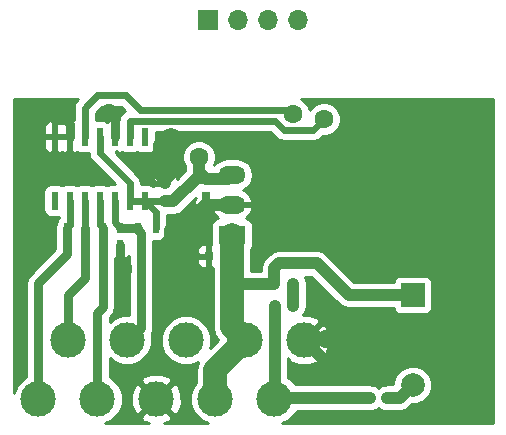
<source format=gbr>
%TF.GenerationSoftware,KiCad,Pcbnew,no-vcs-found-ad9916e~61~ubuntu16.04.1*%
%TF.CreationDate,2017-11-07T22:17:39+02:00*%
%TF.ProjectId,scanner,7363616E6E65722E6B696361645F7063,rev?*%
%TF.SameCoordinates,Original*%
%TF.FileFunction,Copper,L1,Top,Signal*%
%TF.FilePolarity,Positive*%
%FSLAX46Y46*%
G04 Gerber Fmt 4.6, Leading zero omitted, Abs format (unit mm)*
G04 Created by KiCad (PCBNEW no-vcs-found-ad9916e~61~ubuntu16.04.1) date Tue Nov  7 22:17:39 2017*
%MOMM*%
%LPD*%
G01*
G04 APERTURE LIST*
%TA.AperFunction,SMDPad,CuDef*%
%ADD10R,0.500000X0.900000*%
%TD*%
%TA.AperFunction,ComponentPad*%
%ADD11C,2.000000*%
%TD*%
%TA.AperFunction,ComponentPad*%
%ADD12R,2.000000X2.000000*%
%TD*%
%TA.AperFunction,ComponentPad*%
%ADD13O,1.700000X1.700000*%
%TD*%
%TA.AperFunction,ComponentPad*%
%ADD14R,1.700000X1.700000*%
%TD*%
%TA.AperFunction,ComponentPad*%
%ADD15C,3.000000*%
%TD*%
%TA.AperFunction,SMDPad,CuDef*%
%ADD16R,0.750000X0.800000*%
%TD*%
%TA.AperFunction,SMDPad,CuDef*%
%ADD17R,0.800000X0.750000*%
%TD*%
%TA.AperFunction,SMDPad,CuDef*%
%ADD18R,0.800000X0.800000*%
%TD*%
%TA.AperFunction,ComponentPad*%
%ADD19O,2.300000X1.500000*%
%TD*%
%TA.AperFunction,ComponentPad*%
%ADD20R,2.300000X1.500000*%
%TD*%
%TA.AperFunction,SMDPad,CuDef*%
%ADD21R,0.600000X1.500000*%
%TD*%
%TA.AperFunction,ViaPad*%
%ADD22C,1.600000*%
%TD*%
%TA.AperFunction,Conductor*%
%ADD23C,1.000000*%
%TD*%
%TA.AperFunction,Conductor*%
%ADD24C,0.600000*%
%TD*%
%TA.AperFunction,Conductor*%
%ADD25C,2.000000*%
%TD*%
%TA.AperFunction,Conductor*%
%ADD26C,0.800000*%
%TD*%
%TA.AperFunction,Conductor*%
%ADD27C,0.254000*%
%TD*%
G04 APERTURE END LIST*
D10*
%TO.P,R6,1*%
%TO.N,Net-(J1-Pad2)*%
X108850000Y-142400000D03*
%TO.P,R6,2*%
%TO.N,Net-(BZ1-Pad2)*%
X110350000Y-142400000D03*
%TD*%
%TO.P,R5,2*%
%TO.N,Net-(D1-Pad1)*%
X102350000Y-134600000D03*
%TO.P,R5,1*%
%TO.N,Net-(J1-Pad2)*%
X100850000Y-134600000D03*
%TD*%
D11*
%TO.P,BZ1,2*%
%TO.N,Net-(BZ1-Pad2)*%
X112500000Y-141310000D03*
D12*
%TO.P,BZ1,1*%
%TO.N,VCC*%
X112500000Y-133690000D03*
%TD*%
D13*
%TO.P,J2,4*%
%TO.N,/RXD*%
X102810000Y-110400000D03*
%TO.P,J2,3*%
%TO.N,/TXD*%
X100270000Y-110400000D03*
%TO.P,J2,2*%
%TO.N,+3V3*%
X97730000Y-110400000D03*
D14*
%TO.P,J2,1*%
%TO.N,GND*%
X95190000Y-110400000D03*
%TD*%
D15*
%TO.P,J1,1*%
%TO.N,GND*%
X103300000Y-137500000D03*
%TO.P,J1,2*%
%TO.N,Net-(J1-Pad2)*%
X100800000Y-142500000D03*
%TO.P,J1,3*%
%TO.N,VCC*%
X98300000Y-137500000D03*
%TO.P,J1,4*%
X95800000Y-142500000D03*
%TO.P,J1,5*%
%TO.N,/SWITCH*%
X93300000Y-137500000D03*
%TO.P,J1,6*%
%TO.N,GND*%
X90800000Y-142500000D03*
%TO.P,J1,7*%
%TO.N,Net-(J1-Pad7)*%
X88300000Y-137500000D03*
%TO.P,J1,8*%
%TO.N,Net-(J1-Pad8)*%
X85800000Y-142500000D03*
%TO.P,J1,9*%
%TO.N,Net-(J1-Pad9)*%
X83300000Y-137500000D03*
%TO.P,J1,10*%
%TO.N,Net-(J1-Pad10)*%
X80800000Y-142500000D03*
%TD*%
D16*
%TO.P,C3,1*%
%TO.N,+3V3*%
X91500000Y-125750000D03*
%TO.P,C3,2*%
%TO.N,GND*%
X91500000Y-124250000D03*
%TD*%
%TO.P,C2,2*%
%TO.N,GND*%
X95000000Y-125350000D03*
%TO.P,C2,1*%
%TO.N,+3V3*%
X95000000Y-123850000D03*
%TD*%
D17*
%TO.P,C1,1*%
%TO.N,VCC*%
X96750000Y-130400000D03*
%TO.P,C1,2*%
%TO.N,GND*%
X95250000Y-130400000D03*
%TD*%
D18*
%TO.P,D1,1*%
%TO.N,Net-(D1-Pad1)*%
X102400000Y-132800000D03*
%TO.P,D1,2*%
%TO.N,VCC*%
X100800000Y-132800000D03*
%TD*%
D10*
%TO.P,R4,1*%
%TO.N,Net-(J1-Pad10)*%
X83250000Y-128000000D03*
%TO.P,R4,2*%
%TO.N,Net-(J1-Pad9)*%
X84750000Y-128000000D03*
%TD*%
%TO.P,R3,2*%
%TO.N,GND*%
X87750000Y-129500000D03*
%TO.P,R3,1*%
%TO.N,Net-(J1-Pad8)*%
X86250000Y-129500000D03*
%TD*%
%TO.P,R2,1*%
%TO.N,Net-(J1-Pad7)*%
X87750000Y-128000000D03*
%TO.P,R2,2*%
%TO.N,Net-(J1-Pad8)*%
X86250000Y-128000000D03*
%TD*%
%TO.P,R1,2*%
%TO.N,Net-(J1-Pad7)*%
X89250000Y-128000000D03*
%TO.P,R1,1*%
%TO.N,+3V3*%
X90750000Y-128000000D03*
%TD*%
D19*
%TO.P,U1,3*%
%TO.N,+3V3*%
X97200000Y-123520000D03*
%TO.P,U1,2*%
%TO.N,GND*%
X97200000Y-126060000D03*
D20*
%TO.P,U1,1*%
%TO.N,VCC*%
X97200000Y-128600000D03*
%TD*%
D21*
%TO.P,U2,14*%
%TO.N,+3V3*%
X89810000Y-125700000D03*
%TO.P,U2,13*%
X88540000Y-125700000D03*
%TO.P,U2,12*%
%TO.N,Net-(J1-Pad7)*%
X87270000Y-125700000D03*
%TO.P,U2,11*%
%TO.N,Net-(J1-Pad8)*%
X86000000Y-125700000D03*
%TO.P,U2,10*%
%TO.N,Net-(J1-Pad9)*%
X84730000Y-125700000D03*
%TO.P,U2,9*%
%TO.N,Net-(J1-Pad10)*%
X83460000Y-125700000D03*
%TO.P,U2,8*%
%TO.N,+3V3*%
X82190000Y-125700000D03*
%TO.P,U2,7*%
%TO.N,GND*%
X82190000Y-120300000D03*
%TO.P,U2,6*%
X83460000Y-120300000D03*
%TO.P,U2,5*%
%TO.N,/TXD*%
X84730000Y-120300000D03*
%TO.P,U2,4*%
%TO.N,+3V3*%
X86000000Y-120300000D03*
%TO.P,U2,3*%
%TO.N,GND*%
X87270000Y-120300000D03*
%TO.P,U2,2*%
%TO.N,/RXD*%
X88540000Y-120300000D03*
%TO.P,U2,1*%
%TO.N,Net-(U2-Pad1)*%
X89810000Y-120300000D03*
%TD*%
D22*
%TO.N,+3V3*%
X94399996Y-122000000D03*
%TO.N,GND*%
X105200000Y-137400000D03*
X105200000Y-140200000D03*
X105200000Y-134800000D03*
X94200000Y-126800000D03*
X92200000Y-128400000D03*
X91999996Y-120600000D03*
X107800000Y-131000000D03*
X82750000Y-118500000D03*
X86750000Y-118250000D03*
X91500000Y-123250000D03*
X88000000Y-131500000D03*
%TO.N,/TXD*%
X102400000Y-118400000D03*
%TO.N,/RXD*%
X105000000Y-118800000D03*
%TD*%
D23*
%TO.N,+3V3*%
X94399996Y-122000000D02*
X94399996Y-123249996D01*
X94399996Y-123249996D02*
X95000000Y-123850000D01*
X91500000Y-125750000D02*
X92250000Y-125750000D01*
X92250000Y-125750000D02*
X94250000Y-123750000D01*
X94250000Y-123750000D02*
X94875000Y-123750000D01*
X95000000Y-123850000D02*
X96870000Y-123850000D01*
X96870000Y-123850000D02*
X97200000Y-123520000D01*
D24*
X86000000Y-120300000D02*
X86000000Y-121650000D01*
X88540000Y-124350000D02*
X88540000Y-125700000D01*
X86000000Y-121650000D02*
X88540000Y-124190000D01*
X88540000Y-124190000D02*
X88540000Y-124350000D01*
X91500000Y-125750000D02*
X89860000Y-125750000D01*
X89860000Y-125750000D02*
X89810000Y-125700000D01*
X89810000Y-125700000D02*
X88540000Y-125700000D01*
X90750000Y-128000000D02*
X90750000Y-126640000D01*
X90750000Y-126640000D02*
X89810000Y-125700000D01*
D23*
%TO.N,GND*%
X105200000Y-139400000D02*
X105200000Y-140200000D01*
X103300000Y-137500000D02*
X105200000Y-139400000D01*
X97200000Y-126060000D02*
X94940000Y-126060000D01*
X94940000Y-126060000D02*
X94200000Y-126800000D01*
D25*
X91500000Y-123250000D02*
X91500000Y-121099996D01*
X91500000Y-121099996D02*
X91999996Y-120600000D01*
D26*
X83460000Y-120300000D02*
X83460000Y-119210000D01*
X83460000Y-119210000D02*
X82750000Y-118500000D01*
X87270000Y-120300000D02*
X87270000Y-118770000D01*
X87270000Y-118770000D02*
X86750000Y-118250000D01*
D23*
X91500000Y-124250000D02*
X91500000Y-123250000D01*
D26*
X87750000Y-129500000D02*
X87750000Y-131250000D01*
X87750000Y-131250000D02*
X88000000Y-131500000D01*
D24*
%TO.N,/TXD*%
X84730000Y-117870000D02*
X85800000Y-116800000D01*
X85800000Y-116800000D02*
X88200000Y-116800000D01*
X89400000Y-118000000D02*
X102000000Y-118000000D01*
X102000000Y-118000000D02*
X102400000Y-118400000D01*
X88200000Y-116800000D02*
X89400000Y-118000000D01*
X84730000Y-120300000D02*
X84730000Y-117870000D01*
%TO.N,/RXD*%
X101575999Y-119700001D02*
X104099999Y-119700001D01*
X100825998Y-118950000D02*
X101575999Y-119700001D01*
X88540000Y-118950000D02*
X100825998Y-118950000D01*
X88540000Y-120300000D02*
X88540000Y-118950000D01*
X104099999Y-119700001D02*
X105000000Y-118800000D01*
%TO.N,VCC*%
X96750000Y-130400000D02*
X96750000Y-129050000D01*
X96750000Y-129050000D02*
X97200000Y-128600000D01*
D23*
X100800000Y-131400000D02*
X101200000Y-131000000D01*
X107090000Y-133690000D02*
X112500000Y-133690000D01*
X104400000Y-131000000D02*
X107090000Y-133690000D01*
X101200000Y-131000000D02*
X104400000Y-131000000D01*
X100800000Y-132800000D02*
X100800000Y-131400000D01*
X97450000Y-130800000D02*
X97450000Y-132550000D01*
X97450000Y-132550000D02*
X97200000Y-132800000D01*
D25*
X97200000Y-128600000D02*
X97200000Y-132800000D01*
D23*
X100800000Y-132800000D02*
X97200000Y-132800000D01*
D25*
X97200000Y-132800000D02*
X97200000Y-136400000D01*
X97200000Y-136400000D02*
X98300000Y-137500000D01*
D26*
X98300000Y-137500000D02*
X97500000Y-137500000D01*
D25*
X95800000Y-142500000D02*
X95800000Y-140000000D01*
X95800000Y-140000000D02*
X98300000Y-137500000D01*
D26*
%TO.N,Net-(J1-Pad7)*%
X89250000Y-128000000D02*
X89250000Y-128200000D01*
X89250000Y-128200000D02*
X89500000Y-128450000D01*
X89500000Y-128450000D02*
X89500000Y-136500000D01*
X89500000Y-136500000D02*
X88300000Y-137500000D01*
%TO.N,Net-(J1-Pad8)*%
X86250000Y-129500000D02*
X86250000Y-134750000D01*
X85800000Y-135200000D02*
X85800000Y-140378680D01*
X86250000Y-134750000D02*
X85800000Y-135200000D01*
X85800000Y-140378680D02*
X85800000Y-142500000D01*
%TO.N,Net-(J1-Pad9)*%
X84750000Y-128000000D02*
X84750000Y-132250000D01*
X84750000Y-132250000D02*
X83300000Y-133700000D01*
X83300000Y-133700000D02*
X83300000Y-137500000D01*
%TO.N,Net-(J1-Pad10)*%
X83250000Y-128000000D02*
X83250000Y-130250000D01*
X83250000Y-130250000D02*
X80800000Y-132700000D01*
X80800000Y-132700000D02*
X80800000Y-140378680D01*
X80800000Y-140378680D02*
X80800000Y-142500000D01*
D24*
X83460000Y-125700000D02*
X83460000Y-127790000D01*
X83460000Y-127790000D02*
X83250000Y-128000000D01*
D26*
X83250000Y-128000000D02*
X83250000Y-128250000D01*
D24*
%TO.N,Net-(J1-Pad9)*%
X84730000Y-125700000D02*
X84730000Y-127980000D01*
X84730000Y-127980000D02*
X84750000Y-128000000D01*
%TO.N,Net-(J1-Pad8)*%
X86000000Y-125700000D02*
X86000000Y-127750000D01*
X86000000Y-127750000D02*
X86250000Y-128000000D01*
D26*
X86250000Y-128000000D02*
X86250000Y-129500000D01*
D24*
%TO.N,Net-(J1-Pad7)*%
X87270000Y-125700000D02*
X87270000Y-127520000D01*
X87270000Y-127520000D02*
X87750000Y-128000000D01*
D26*
X87750000Y-128000000D02*
X89250000Y-128000000D01*
D23*
%TO.N,Net-(D1-Pad1)*%
X102400000Y-132800000D02*
X102400000Y-134550000D01*
X102400000Y-134550000D02*
X102350000Y-134600000D01*
%TO.N,Net-(BZ1-Pad2)*%
X110350000Y-142400000D02*
X111410000Y-142400000D01*
X111410000Y-142400000D02*
X112500000Y-141310000D01*
%TO.N,Net-(J1-Pad2)*%
X108850000Y-142400000D02*
X100900000Y-142400000D01*
X100900000Y-142400000D02*
X100800000Y-142500000D01*
X100850000Y-134600000D02*
X100850000Y-142450000D01*
X100850000Y-142450000D02*
X100800000Y-142500000D01*
%TD*%
D27*
%TO.N,GND*%
G36*
X95127000Y-125223000D02*
X95147000Y-125223000D01*
X95147000Y-125477000D01*
X95127000Y-125477000D01*
X95127000Y-126226250D01*
X95285750Y-126385000D01*
X95466951Y-126385000D01*
X95457682Y-126401185D01*
X95471827Y-126472684D01*
X95730855Y-126949540D01*
X96044725Y-127203609D01*
X95802235Y-127251843D01*
X95592191Y-127392191D01*
X95451843Y-127602235D01*
X95402560Y-127850000D01*
X95402560Y-129350000D01*
X95431294Y-129494456D01*
X95377000Y-129548750D01*
X95377000Y-130273000D01*
X95397000Y-130273000D01*
X95397000Y-130527000D01*
X95377000Y-130527000D01*
X95377000Y-131251250D01*
X95535750Y-131410000D01*
X95565000Y-131410000D01*
X95565000Y-136399995D01*
X95564999Y-136400000D01*
X95689457Y-137025688D01*
X95998923Y-137488837D01*
X95344737Y-138143023D01*
X95434628Y-137926541D01*
X95435370Y-137077185D01*
X95111020Y-136292200D01*
X94510959Y-135691091D01*
X93726541Y-135365372D01*
X92877185Y-135364630D01*
X92092200Y-135688980D01*
X91491091Y-136289041D01*
X91165372Y-137073459D01*
X91164630Y-137922815D01*
X91488980Y-138707800D01*
X92089041Y-139308909D01*
X92873459Y-139634628D01*
X93722815Y-139635370D01*
X94283621Y-139403649D01*
X94164999Y-140000000D01*
X94165000Y-140000005D01*
X94165000Y-141115435D01*
X93991091Y-141289041D01*
X93665372Y-142073459D01*
X93664630Y-142922815D01*
X93988980Y-143707800D01*
X94589041Y-144308909D01*
X95145570Y-144540000D01*
X91474209Y-144540000D01*
X91974582Y-144332739D01*
X92134365Y-144013970D01*
X90800000Y-142679605D01*
X89465635Y-144013970D01*
X89625418Y-144332739D01*
X90154141Y-144540000D01*
X86453627Y-144540000D01*
X87007800Y-144311020D01*
X87608909Y-143710959D01*
X87934628Y-142926541D01*
X87935335Y-142116187D01*
X88657277Y-142116187D01*
X88673503Y-142965387D01*
X88967261Y-143674582D01*
X89286030Y-143834365D01*
X90620395Y-142500000D01*
X90979605Y-142500000D01*
X92313970Y-143834365D01*
X92632739Y-143674582D01*
X92942723Y-142883813D01*
X92926497Y-142034613D01*
X92632739Y-141325418D01*
X92313970Y-141165635D01*
X90979605Y-142500000D01*
X90620395Y-142500000D01*
X89286030Y-141165635D01*
X88967261Y-141325418D01*
X88657277Y-142116187D01*
X87935335Y-142116187D01*
X87935370Y-142077185D01*
X87611020Y-141292200D01*
X87305384Y-140986030D01*
X89465635Y-140986030D01*
X90800000Y-142320395D01*
X92134365Y-140986030D01*
X91974582Y-140667261D01*
X91183813Y-140357277D01*
X90334613Y-140373503D01*
X89625418Y-140667261D01*
X89465635Y-140986030D01*
X87305384Y-140986030D01*
X87010959Y-140691091D01*
X86835000Y-140618026D01*
X86835000Y-139054424D01*
X87089041Y-139308909D01*
X87873459Y-139634628D01*
X88722815Y-139635370D01*
X89507800Y-139311020D01*
X90108909Y-138710959D01*
X90434628Y-137926541D01*
X90435370Y-137077185D01*
X90402670Y-136998046D01*
X90416429Y-136981022D01*
X90429859Y-136935522D01*
X90456215Y-136896077D01*
X90486623Y-136743206D01*
X90530750Y-136593705D01*
X90525745Y-136546527D01*
X90535000Y-136500000D01*
X90535000Y-130685750D01*
X94215000Y-130685750D01*
X94215000Y-130901310D01*
X94311673Y-131134699D01*
X94490302Y-131313327D01*
X94723691Y-131410000D01*
X94964250Y-131410000D01*
X95123000Y-131251250D01*
X95123000Y-130527000D01*
X94373750Y-130527000D01*
X94215000Y-130685750D01*
X90535000Y-130685750D01*
X90535000Y-129898690D01*
X94215000Y-129898690D01*
X94215000Y-130114250D01*
X94373750Y-130273000D01*
X95123000Y-130273000D01*
X95123000Y-129548750D01*
X94964250Y-129390000D01*
X94723691Y-129390000D01*
X94490302Y-129486673D01*
X94311673Y-129665301D01*
X94215000Y-129898690D01*
X90535000Y-129898690D01*
X90535000Y-129097440D01*
X91000000Y-129097440D01*
X91247765Y-129048157D01*
X91457809Y-128907809D01*
X91598157Y-128697765D01*
X91647440Y-128450000D01*
X91647440Y-128188826D01*
X91685000Y-128000000D01*
X91685000Y-126885000D01*
X92250000Y-126885000D01*
X92684346Y-126798603D01*
X93052566Y-126552566D01*
X94128130Y-125477002D01*
X94148748Y-125477002D01*
X93990000Y-125635750D01*
X93990000Y-125876309D01*
X94086673Y-126109698D01*
X94265301Y-126288327D01*
X94498690Y-126385000D01*
X94714250Y-126385000D01*
X94873000Y-126226250D01*
X94873000Y-125477000D01*
X94853000Y-125477000D01*
X94853000Y-125223000D01*
X94873000Y-125223000D01*
X94873000Y-125203000D01*
X95127000Y-125203000D01*
X95127000Y-125223000D01*
X95127000Y-125223000D01*
G37*
X95127000Y-125223000D02*
X95147000Y-125223000D01*
X95147000Y-125477000D01*
X95127000Y-125477000D01*
X95127000Y-126226250D01*
X95285750Y-126385000D01*
X95466951Y-126385000D01*
X95457682Y-126401185D01*
X95471827Y-126472684D01*
X95730855Y-126949540D01*
X96044725Y-127203609D01*
X95802235Y-127251843D01*
X95592191Y-127392191D01*
X95451843Y-127602235D01*
X95402560Y-127850000D01*
X95402560Y-129350000D01*
X95431294Y-129494456D01*
X95377000Y-129548750D01*
X95377000Y-130273000D01*
X95397000Y-130273000D01*
X95397000Y-130527000D01*
X95377000Y-130527000D01*
X95377000Y-131251250D01*
X95535750Y-131410000D01*
X95565000Y-131410000D01*
X95565000Y-136399995D01*
X95564999Y-136400000D01*
X95689457Y-137025688D01*
X95998923Y-137488837D01*
X95344737Y-138143023D01*
X95434628Y-137926541D01*
X95435370Y-137077185D01*
X95111020Y-136292200D01*
X94510959Y-135691091D01*
X93726541Y-135365372D01*
X92877185Y-135364630D01*
X92092200Y-135688980D01*
X91491091Y-136289041D01*
X91165372Y-137073459D01*
X91164630Y-137922815D01*
X91488980Y-138707800D01*
X92089041Y-139308909D01*
X92873459Y-139634628D01*
X93722815Y-139635370D01*
X94283621Y-139403649D01*
X94164999Y-140000000D01*
X94165000Y-140000005D01*
X94165000Y-141115435D01*
X93991091Y-141289041D01*
X93665372Y-142073459D01*
X93664630Y-142922815D01*
X93988980Y-143707800D01*
X94589041Y-144308909D01*
X95145570Y-144540000D01*
X91474209Y-144540000D01*
X91974582Y-144332739D01*
X92134365Y-144013970D01*
X90800000Y-142679605D01*
X89465635Y-144013970D01*
X89625418Y-144332739D01*
X90154141Y-144540000D01*
X86453627Y-144540000D01*
X87007800Y-144311020D01*
X87608909Y-143710959D01*
X87934628Y-142926541D01*
X87935335Y-142116187D01*
X88657277Y-142116187D01*
X88673503Y-142965387D01*
X88967261Y-143674582D01*
X89286030Y-143834365D01*
X90620395Y-142500000D01*
X90979605Y-142500000D01*
X92313970Y-143834365D01*
X92632739Y-143674582D01*
X92942723Y-142883813D01*
X92926497Y-142034613D01*
X92632739Y-141325418D01*
X92313970Y-141165635D01*
X90979605Y-142500000D01*
X90620395Y-142500000D01*
X89286030Y-141165635D01*
X88967261Y-141325418D01*
X88657277Y-142116187D01*
X87935335Y-142116187D01*
X87935370Y-142077185D01*
X87611020Y-141292200D01*
X87305384Y-140986030D01*
X89465635Y-140986030D01*
X90800000Y-142320395D01*
X92134365Y-140986030D01*
X91974582Y-140667261D01*
X91183813Y-140357277D01*
X90334613Y-140373503D01*
X89625418Y-140667261D01*
X89465635Y-140986030D01*
X87305384Y-140986030D01*
X87010959Y-140691091D01*
X86835000Y-140618026D01*
X86835000Y-139054424D01*
X87089041Y-139308909D01*
X87873459Y-139634628D01*
X88722815Y-139635370D01*
X89507800Y-139311020D01*
X90108909Y-138710959D01*
X90434628Y-137926541D01*
X90435370Y-137077185D01*
X90402670Y-136998046D01*
X90416429Y-136981022D01*
X90429859Y-136935522D01*
X90456215Y-136896077D01*
X90486623Y-136743206D01*
X90530750Y-136593705D01*
X90525745Y-136546527D01*
X90535000Y-136500000D01*
X90535000Y-130685750D01*
X94215000Y-130685750D01*
X94215000Y-130901310D01*
X94311673Y-131134699D01*
X94490302Y-131313327D01*
X94723691Y-131410000D01*
X94964250Y-131410000D01*
X95123000Y-131251250D01*
X95123000Y-130527000D01*
X94373750Y-130527000D01*
X94215000Y-130685750D01*
X90535000Y-130685750D01*
X90535000Y-129898690D01*
X94215000Y-129898690D01*
X94215000Y-130114250D01*
X94373750Y-130273000D01*
X95123000Y-130273000D01*
X95123000Y-129548750D01*
X94964250Y-129390000D01*
X94723691Y-129390000D01*
X94490302Y-129486673D01*
X94311673Y-129665301D01*
X94215000Y-129898690D01*
X90535000Y-129898690D01*
X90535000Y-129097440D01*
X91000000Y-129097440D01*
X91247765Y-129048157D01*
X91457809Y-128907809D01*
X91598157Y-128697765D01*
X91647440Y-128450000D01*
X91647440Y-128188826D01*
X91685000Y-128000000D01*
X91685000Y-126885000D01*
X92250000Y-126885000D01*
X92684346Y-126798603D01*
X93052566Y-126552566D01*
X94128130Y-125477002D01*
X94148748Y-125477002D01*
X93990000Y-125635750D01*
X93990000Y-125876309D01*
X94086673Y-126109698D01*
X94265301Y-126288327D01*
X94498690Y-126385000D01*
X94714250Y-126385000D01*
X94873000Y-126226250D01*
X94873000Y-125477000D01*
X94853000Y-125477000D01*
X94853000Y-125223000D01*
X94873000Y-125223000D01*
X94873000Y-125203000D01*
X95127000Y-125203000D01*
X95127000Y-125223000D01*
G36*
X119290000Y-144540000D02*
X101453627Y-144540000D01*
X102007800Y-144311020D01*
X102608909Y-143710959D01*
X102681974Y-143535000D01*
X108850000Y-143535000D01*
X109038826Y-143497440D01*
X109100000Y-143497440D01*
X109347765Y-143448157D01*
X109557809Y-143307809D01*
X109600000Y-143244666D01*
X109642191Y-143307809D01*
X109852235Y-143448157D01*
X110100000Y-143497440D01*
X110161174Y-143497440D01*
X110350000Y-143535000D01*
X111410000Y-143535000D01*
X111844346Y-143448603D01*
X112212566Y-143202566D01*
X112470157Y-142944975D01*
X112823795Y-142945284D01*
X113424943Y-142696894D01*
X113885278Y-142237363D01*
X114134716Y-141636648D01*
X114135284Y-140986205D01*
X113886894Y-140385057D01*
X113427363Y-139924722D01*
X112826648Y-139675284D01*
X112176205Y-139674716D01*
X111575057Y-139923106D01*
X111114722Y-140382637D01*
X110865284Y-140983352D01*
X110865038Y-141265000D01*
X110350000Y-141265000D01*
X110161174Y-141302560D01*
X110100000Y-141302560D01*
X109852235Y-141351843D01*
X109642191Y-141492191D01*
X109600000Y-141555334D01*
X109557809Y-141492191D01*
X109347765Y-141351843D01*
X109100000Y-141302560D01*
X109038826Y-141302560D01*
X108850000Y-141265000D01*
X102583867Y-141265000D01*
X102010959Y-140691091D01*
X101985000Y-140680312D01*
X101985000Y-139052603D01*
X102125418Y-139332739D01*
X102916187Y-139642723D01*
X103765387Y-139626497D01*
X104474582Y-139332739D01*
X104634365Y-139013970D01*
X103300000Y-137679605D01*
X103285858Y-137693748D01*
X103106253Y-137514143D01*
X103120395Y-137500000D01*
X103479605Y-137500000D01*
X104813970Y-138834365D01*
X105132739Y-138674582D01*
X105442723Y-137883813D01*
X105426497Y-137034613D01*
X105132739Y-136325418D01*
X104813970Y-136165635D01*
X103479605Y-137500000D01*
X103120395Y-137500000D01*
X103106253Y-137485858D01*
X103285858Y-137306253D01*
X103300000Y-137320395D01*
X104634365Y-135986030D01*
X104474582Y-135667261D01*
X103683813Y-135357277D01*
X103188389Y-135366743D01*
X103202566Y-135352566D01*
X103448604Y-134984345D01*
X103535000Y-134550000D01*
X103535000Y-132800000D01*
X103448603Y-132365654D01*
X103437219Y-132348617D01*
X103398157Y-132152235D01*
X103386641Y-132135000D01*
X103929868Y-132135000D01*
X106287433Y-134492566D01*
X106650263Y-134735001D01*
X106655654Y-134738603D01*
X107090000Y-134825000D01*
X110879413Y-134825000D01*
X110901843Y-134937765D01*
X111042191Y-135147809D01*
X111252235Y-135288157D01*
X111500000Y-135337440D01*
X113500000Y-135337440D01*
X113747765Y-135288157D01*
X113957809Y-135147809D01*
X114098157Y-134937765D01*
X114147440Y-134690000D01*
X114147440Y-132690000D01*
X114098157Y-132442235D01*
X113957809Y-132232191D01*
X113747765Y-132091843D01*
X113500000Y-132042560D01*
X111500000Y-132042560D01*
X111252235Y-132091843D01*
X111042191Y-132232191D01*
X110901843Y-132442235D01*
X110879413Y-132555000D01*
X107560133Y-132555000D01*
X105202566Y-130197434D01*
X105021291Y-130076310D01*
X104834346Y-129951397D01*
X104400000Y-129865000D01*
X101200000Y-129865000D01*
X100781943Y-129948157D01*
X100765654Y-129951397D01*
X100397434Y-130197434D01*
X99997434Y-130597434D01*
X99751397Y-130965654D01*
X99665000Y-131400000D01*
X99665000Y-131665000D01*
X98835000Y-131665000D01*
X98835000Y-129767115D01*
X98948157Y-129597765D01*
X98997440Y-129350000D01*
X98997440Y-127850000D01*
X98948157Y-127602235D01*
X98807809Y-127392191D01*
X98597765Y-127251843D01*
X98355275Y-127203609D01*
X98669145Y-126949540D01*
X98928173Y-126472684D01*
X98942318Y-126401185D01*
X98819656Y-126187000D01*
X97327000Y-126187000D01*
X97327000Y-126207000D01*
X97073000Y-126207000D01*
X97073000Y-126187000D01*
X97053000Y-126187000D01*
X97053000Y-125933000D01*
X97073000Y-125933000D01*
X97073000Y-125913000D01*
X97327000Y-125913000D01*
X97327000Y-125933000D01*
X98819656Y-125933000D01*
X98942318Y-125718815D01*
X98928173Y-125647316D01*
X98669145Y-125170460D01*
X98247349Y-124829028D01*
X98154733Y-124801613D01*
X98164987Y-124799573D01*
X98614313Y-124499343D01*
X98914543Y-124050017D01*
X99019970Y-123520000D01*
X98914543Y-122989983D01*
X98614313Y-122540657D01*
X98164987Y-122240427D01*
X97634970Y-122135000D01*
X96765030Y-122135000D01*
X96235013Y-122240427D01*
X95785687Y-122540657D01*
X95669195Y-122715000D01*
X95656896Y-122715000D01*
X95834746Y-122286691D01*
X95835244Y-121715813D01*
X95617239Y-121188200D01*
X95213919Y-120784176D01*
X94686687Y-120565250D01*
X94115809Y-120564752D01*
X93588196Y-120782757D01*
X93184172Y-121186077D01*
X92965246Y-121713309D01*
X92964748Y-122284187D01*
X93182753Y-122811800D01*
X93264996Y-122894187D01*
X93264996Y-123129872D01*
X92510000Y-123884868D01*
X92510000Y-123723691D01*
X92413327Y-123490302D01*
X92234699Y-123311673D01*
X92001310Y-123215000D01*
X91785750Y-123215000D01*
X91627000Y-123373750D01*
X91627000Y-124123000D01*
X91647000Y-124123000D01*
X91647000Y-124377000D01*
X91627000Y-124377000D01*
X91627000Y-124397000D01*
X91373000Y-124397000D01*
X91373000Y-124377000D01*
X90648750Y-124377000D01*
X90547278Y-124478472D01*
X90357765Y-124351843D01*
X90110000Y-124302560D01*
X89510000Y-124302560D01*
X89475000Y-124309522D01*
X89475000Y-124190000D01*
X89403827Y-123832191D01*
X89331330Y-123723691D01*
X90490000Y-123723691D01*
X90490000Y-123964250D01*
X90648750Y-124123000D01*
X91373000Y-124123000D01*
X91373000Y-123373750D01*
X91214250Y-123215000D01*
X90998690Y-123215000D01*
X90765301Y-123311673D01*
X90586673Y-123490302D01*
X90490000Y-123723691D01*
X89331330Y-123723691D01*
X89201145Y-123528855D01*
X87357290Y-121685000D01*
X87397002Y-121685000D01*
X87397002Y-121526252D01*
X87555750Y-121685000D01*
X87696310Y-121685000D01*
X87913028Y-121595232D01*
X87992235Y-121648157D01*
X88240000Y-121697440D01*
X88840000Y-121697440D01*
X89087765Y-121648157D01*
X89175000Y-121589868D01*
X89262235Y-121648157D01*
X89510000Y-121697440D01*
X90110000Y-121697440D01*
X90357765Y-121648157D01*
X90567809Y-121507809D01*
X90708157Y-121297765D01*
X90757440Y-121050000D01*
X90757440Y-119885000D01*
X100438708Y-119885000D01*
X100914854Y-120361146D01*
X101218190Y-120563828D01*
X101277555Y-120575637D01*
X101575999Y-120635002D01*
X101576004Y-120635001D01*
X104099999Y-120635001D01*
X104457808Y-120563828D01*
X104761144Y-120361146D01*
X104887388Y-120234902D01*
X105284187Y-120235248D01*
X105811800Y-120017243D01*
X106215824Y-119613923D01*
X106434750Y-119086691D01*
X106435248Y-118515813D01*
X106217243Y-117988200D01*
X105813923Y-117584176D01*
X105286691Y-117365250D01*
X104715813Y-117364752D01*
X104188200Y-117582757D01*
X103784176Y-117986077D01*
X103782906Y-117989136D01*
X103617243Y-117588200D01*
X103213923Y-117184176D01*
X103076228Y-117127000D01*
X119290000Y-117127000D01*
X119290000Y-144540000D01*
X119290000Y-144540000D01*
G37*
X119290000Y-144540000D02*
X101453627Y-144540000D01*
X102007800Y-144311020D01*
X102608909Y-143710959D01*
X102681974Y-143535000D01*
X108850000Y-143535000D01*
X109038826Y-143497440D01*
X109100000Y-143497440D01*
X109347765Y-143448157D01*
X109557809Y-143307809D01*
X109600000Y-143244666D01*
X109642191Y-143307809D01*
X109852235Y-143448157D01*
X110100000Y-143497440D01*
X110161174Y-143497440D01*
X110350000Y-143535000D01*
X111410000Y-143535000D01*
X111844346Y-143448603D01*
X112212566Y-143202566D01*
X112470157Y-142944975D01*
X112823795Y-142945284D01*
X113424943Y-142696894D01*
X113885278Y-142237363D01*
X114134716Y-141636648D01*
X114135284Y-140986205D01*
X113886894Y-140385057D01*
X113427363Y-139924722D01*
X112826648Y-139675284D01*
X112176205Y-139674716D01*
X111575057Y-139923106D01*
X111114722Y-140382637D01*
X110865284Y-140983352D01*
X110865038Y-141265000D01*
X110350000Y-141265000D01*
X110161174Y-141302560D01*
X110100000Y-141302560D01*
X109852235Y-141351843D01*
X109642191Y-141492191D01*
X109600000Y-141555334D01*
X109557809Y-141492191D01*
X109347765Y-141351843D01*
X109100000Y-141302560D01*
X109038826Y-141302560D01*
X108850000Y-141265000D01*
X102583867Y-141265000D01*
X102010959Y-140691091D01*
X101985000Y-140680312D01*
X101985000Y-139052603D01*
X102125418Y-139332739D01*
X102916187Y-139642723D01*
X103765387Y-139626497D01*
X104474582Y-139332739D01*
X104634365Y-139013970D01*
X103300000Y-137679605D01*
X103285858Y-137693748D01*
X103106253Y-137514143D01*
X103120395Y-137500000D01*
X103479605Y-137500000D01*
X104813970Y-138834365D01*
X105132739Y-138674582D01*
X105442723Y-137883813D01*
X105426497Y-137034613D01*
X105132739Y-136325418D01*
X104813970Y-136165635D01*
X103479605Y-137500000D01*
X103120395Y-137500000D01*
X103106253Y-137485858D01*
X103285858Y-137306253D01*
X103300000Y-137320395D01*
X104634365Y-135986030D01*
X104474582Y-135667261D01*
X103683813Y-135357277D01*
X103188389Y-135366743D01*
X103202566Y-135352566D01*
X103448604Y-134984345D01*
X103535000Y-134550000D01*
X103535000Y-132800000D01*
X103448603Y-132365654D01*
X103437219Y-132348617D01*
X103398157Y-132152235D01*
X103386641Y-132135000D01*
X103929868Y-132135000D01*
X106287433Y-134492566D01*
X106650263Y-134735001D01*
X106655654Y-134738603D01*
X107090000Y-134825000D01*
X110879413Y-134825000D01*
X110901843Y-134937765D01*
X111042191Y-135147809D01*
X111252235Y-135288157D01*
X111500000Y-135337440D01*
X113500000Y-135337440D01*
X113747765Y-135288157D01*
X113957809Y-135147809D01*
X114098157Y-134937765D01*
X114147440Y-134690000D01*
X114147440Y-132690000D01*
X114098157Y-132442235D01*
X113957809Y-132232191D01*
X113747765Y-132091843D01*
X113500000Y-132042560D01*
X111500000Y-132042560D01*
X111252235Y-132091843D01*
X111042191Y-132232191D01*
X110901843Y-132442235D01*
X110879413Y-132555000D01*
X107560133Y-132555000D01*
X105202566Y-130197434D01*
X105021291Y-130076310D01*
X104834346Y-129951397D01*
X104400000Y-129865000D01*
X101200000Y-129865000D01*
X100781943Y-129948157D01*
X100765654Y-129951397D01*
X100397434Y-130197434D01*
X99997434Y-130597434D01*
X99751397Y-130965654D01*
X99665000Y-131400000D01*
X99665000Y-131665000D01*
X98835000Y-131665000D01*
X98835000Y-129767115D01*
X98948157Y-129597765D01*
X98997440Y-129350000D01*
X98997440Y-127850000D01*
X98948157Y-127602235D01*
X98807809Y-127392191D01*
X98597765Y-127251843D01*
X98355275Y-127203609D01*
X98669145Y-126949540D01*
X98928173Y-126472684D01*
X98942318Y-126401185D01*
X98819656Y-126187000D01*
X97327000Y-126187000D01*
X97327000Y-126207000D01*
X97073000Y-126207000D01*
X97073000Y-126187000D01*
X97053000Y-126187000D01*
X97053000Y-125933000D01*
X97073000Y-125933000D01*
X97073000Y-125913000D01*
X97327000Y-125913000D01*
X97327000Y-125933000D01*
X98819656Y-125933000D01*
X98942318Y-125718815D01*
X98928173Y-125647316D01*
X98669145Y-125170460D01*
X98247349Y-124829028D01*
X98154733Y-124801613D01*
X98164987Y-124799573D01*
X98614313Y-124499343D01*
X98914543Y-124050017D01*
X99019970Y-123520000D01*
X98914543Y-122989983D01*
X98614313Y-122540657D01*
X98164987Y-122240427D01*
X97634970Y-122135000D01*
X96765030Y-122135000D01*
X96235013Y-122240427D01*
X95785687Y-122540657D01*
X95669195Y-122715000D01*
X95656896Y-122715000D01*
X95834746Y-122286691D01*
X95835244Y-121715813D01*
X95617239Y-121188200D01*
X95213919Y-120784176D01*
X94686687Y-120565250D01*
X94115809Y-120564752D01*
X93588196Y-120782757D01*
X93184172Y-121186077D01*
X92965246Y-121713309D01*
X92964748Y-122284187D01*
X93182753Y-122811800D01*
X93264996Y-122894187D01*
X93264996Y-123129872D01*
X92510000Y-123884868D01*
X92510000Y-123723691D01*
X92413327Y-123490302D01*
X92234699Y-123311673D01*
X92001310Y-123215000D01*
X91785750Y-123215000D01*
X91627000Y-123373750D01*
X91627000Y-124123000D01*
X91647000Y-124123000D01*
X91647000Y-124377000D01*
X91627000Y-124377000D01*
X91627000Y-124397000D01*
X91373000Y-124397000D01*
X91373000Y-124377000D01*
X90648750Y-124377000D01*
X90547278Y-124478472D01*
X90357765Y-124351843D01*
X90110000Y-124302560D01*
X89510000Y-124302560D01*
X89475000Y-124309522D01*
X89475000Y-124190000D01*
X89403827Y-123832191D01*
X89331330Y-123723691D01*
X90490000Y-123723691D01*
X90490000Y-123964250D01*
X90648750Y-124123000D01*
X91373000Y-124123000D01*
X91373000Y-123373750D01*
X91214250Y-123215000D01*
X90998690Y-123215000D01*
X90765301Y-123311673D01*
X90586673Y-123490302D01*
X90490000Y-123723691D01*
X89331330Y-123723691D01*
X89201145Y-123528855D01*
X87357290Y-121685000D01*
X87397002Y-121685000D01*
X87397002Y-121526252D01*
X87555750Y-121685000D01*
X87696310Y-121685000D01*
X87913028Y-121595232D01*
X87992235Y-121648157D01*
X88240000Y-121697440D01*
X88840000Y-121697440D01*
X89087765Y-121648157D01*
X89175000Y-121589868D01*
X89262235Y-121648157D01*
X89510000Y-121697440D01*
X90110000Y-121697440D01*
X90357765Y-121648157D01*
X90567809Y-121507809D01*
X90708157Y-121297765D01*
X90757440Y-121050000D01*
X90757440Y-119885000D01*
X100438708Y-119885000D01*
X100914854Y-120361146D01*
X101218190Y-120563828D01*
X101277555Y-120575637D01*
X101575999Y-120635002D01*
X101576004Y-120635001D01*
X104099999Y-120635001D01*
X104457808Y-120563828D01*
X104761144Y-120361146D01*
X104887388Y-120234902D01*
X105284187Y-120235248D01*
X105811800Y-120017243D01*
X106215824Y-119613923D01*
X106434750Y-119086691D01*
X106435248Y-118515813D01*
X106217243Y-117988200D01*
X105813923Y-117584176D01*
X105286691Y-117365250D01*
X104715813Y-117364752D01*
X104188200Y-117582757D01*
X103784176Y-117986077D01*
X103782906Y-117989136D01*
X103617243Y-117588200D01*
X103213923Y-117184176D01*
X103076228Y-117127000D01*
X119290000Y-117127000D01*
X119290000Y-144540000D01*
G36*
X84068855Y-117208855D02*
X83866173Y-117512191D01*
X83795000Y-117870000D01*
X83795000Y-118915000D01*
X83745750Y-118915000D01*
X83587000Y-119073750D01*
X83587000Y-120173000D01*
X83607000Y-120173000D01*
X83607000Y-120427000D01*
X83587000Y-120427000D01*
X83587000Y-121526250D01*
X83745750Y-121685000D01*
X83886310Y-121685000D01*
X84103028Y-121595232D01*
X84182235Y-121648157D01*
X84430000Y-121697440D01*
X85030000Y-121697440D01*
X85072745Y-121688938D01*
X85136173Y-122007809D01*
X85338855Y-122311145D01*
X87330270Y-124302560D01*
X86970000Y-124302560D01*
X86722235Y-124351843D01*
X86635000Y-124410132D01*
X86547765Y-124351843D01*
X86300000Y-124302560D01*
X85700000Y-124302560D01*
X85452235Y-124351843D01*
X85365000Y-124410132D01*
X85277765Y-124351843D01*
X85030000Y-124302560D01*
X84430000Y-124302560D01*
X84182235Y-124351843D01*
X84095000Y-124410132D01*
X84007765Y-124351843D01*
X83760000Y-124302560D01*
X83160000Y-124302560D01*
X82912235Y-124351843D01*
X82825000Y-124410132D01*
X82737765Y-124351843D01*
X82490000Y-124302560D01*
X81890000Y-124302560D01*
X81642235Y-124351843D01*
X81432191Y-124492191D01*
X81291843Y-124702235D01*
X81242560Y-124950000D01*
X81242560Y-126450000D01*
X81291843Y-126697765D01*
X81432191Y-126907809D01*
X81642235Y-127048157D01*
X81890000Y-127097440D01*
X82490000Y-127097440D01*
X82525000Y-127090478D01*
X82525000Y-127117919D01*
X82401843Y-127302235D01*
X82362201Y-127501530D01*
X82293785Y-127603923D01*
X82215000Y-128000000D01*
X82215000Y-129821289D01*
X80068144Y-131968144D01*
X79843785Y-132303923D01*
X79764999Y-132700000D01*
X79765000Y-132700005D01*
X79765000Y-140617580D01*
X79592200Y-140688980D01*
X78991091Y-141289041D01*
X78710000Y-141965983D01*
X78710000Y-120585750D01*
X81255000Y-120585750D01*
X81255000Y-121176309D01*
X81351673Y-121409698D01*
X81530301Y-121588327D01*
X81763690Y-121685000D01*
X81904250Y-121685000D01*
X82063000Y-121526250D01*
X82063000Y-120427000D01*
X82317000Y-120427000D01*
X82317000Y-121526250D01*
X82475750Y-121685000D01*
X82616310Y-121685000D01*
X82825000Y-121598558D01*
X83033690Y-121685000D01*
X83174250Y-121685000D01*
X83333000Y-121526250D01*
X83333000Y-120427000D01*
X82317000Y-120427000D01*
X82063000Y-120427000D01*
X81413750Y-120427000D01*
X81255000Y-120585750D01*
X78710000Y-120585750D01*
X78710000Y-119423691D01*
X81255000Y-119423691D01*
X81255000Y-120014250D01*
X81413750Y-120173000D01*
X82063000Y-120173000D01*
X82063000Y-119073750D01*
X82317000Y-119073750D01*
X82317000Y-120173000D01*
X83333000Y-120173000D01*
X83333000Y-119073750D01*
X83174250Y-118915000D01*
X83033690Y-118915000D01*
X82825000Y-119001442D01*
X82616310Y-118915000D01*
X82475750Y-118915000D01*
X82317000Y-119073750D01*
X82063000Y-119073750D01*
X81904250Y-118915000D01*
X81763690Y-118915000D01*
X81530301Y-119011673D01*
X81351673Y-119190302D01*
X81255000Y-119423691D01*
X78710000Y-119423691D01*
X78710000Y-117127000D01*
X84150710Y-117127000D01*
X84068855Y-117208855D01*
X84068855Y-117208855D01*
G37*
X84068855Y-117208855D02*
X83866173Y-117512191D01*
X83795000Y-117870000D01*
X83795000Y-118915000D01*
X83745750Y-118915000D01*
X83587000Y-119073750D01*
X83587000Y-120173000D01*
X83607000Y-120173000D01*
X83607000Y-120427000D01*
X83587000Y-120427000D01*
X83587000Y-121526250D01*
X83745750Y-121685000D01*
X83886310Y-121685000D01*
X84103028Y-121595232D01*
X84182235Y-121648157D01*
X84430000Y-121697440D01*
X85030000Y-121697440D01*
X85072745Y-121688938D01*
X85136173Y-122007809D01*
X85338855Y-122311145D01*
X87330270Y-124302560D01*
X86970000Y-124302560D01*
X86722235Y-124351843D01*
X86635000Y-124410132D01*
X86547765Y-124351843D01*
X86300000Y-124302560D01*
X85700000Y-124302560D01*
X85452235Y-124351843D01*
X85365000Y-124410132D01*
X85277765Y-124351843D01*
X85030000Y-124302560D01*
X84430000Y-124302560D01*
X84182235Y-124351843D01*
X84095000Y-124410132D01*
X84007765Y-124351843D01*
X83760000Y-124302560D01*
X83160000Y-124302560D01*
X82912235Y-124351843D01*
X82825000Y-124410132D01*
X82737765Y-124351843D01*
X82490000Y-124302560D01*
X81890000Y-124302560D01*
X81642235Y-124351843D01*
X81432191Y-124492191D01*
X81291843Y-124702235D01*
X81242560Y-124950000D01*
X81242560Y-126450000D01*
X81291843Y-126697765D01*
X81432191Y-126907809D01*
X81642235Y-127048157D01*
X81890000Y-127097440D01*
X82490000Y-127097440D01*
X82525000Y-127090478D01*
X82525000Y-127117919D01*
X82401843Y-127302235D01*
X82362201Y-127501530D01*
X82293785Y-127603923D01*
X82215000Y-128000000D01*
X82215000Y-129821289D01*
X80068144Y-131968144D01*
X79843785Y-132303923D01*
X79764999Y-132700000D01*
X79765000Y-132700005D01*
X79765000Y-140617580D01*
X79592200Y-140688980D01*
X78991091Y-141289041D01*
X78710000Y-141965983D01*
X78710000Y-120585750D01*
X81255000Y-120585750D01*
X81255000Y-121176309D01*
X81351673Y-121409698D01*
X81530301Y-121588327D01*
X81763690Y-121685000D01*
X81904250Y-121685000D01*
X82063000Y-121526250D01*
X82063000Y-120427000D01*
X82317000Y-120427000D01*
X82317000Y-121526250D01*
X82475750Y-121685000D01*
X82616310Y-121685000D01*
X82825000Y-121598558D01*
X83033690Y-121685000D01*
X83174250Y-121685000D01*
X83333000Y-121526250D01*
X83333000Y-120427000D01*
X82317000Y-120427000D01*
X82063000Y-120427000D01*
X81413750Y-120427000D01*
X81255000Y-120585750D01*
X78710000Y-120585750D01*
X78710000Y-119423691D01*
X81255000Y-119423691D01*
X81255000Y-120014250D01*
X81413750Y-120173000D01*
X82063000Y-120173000D01*
X82063000Y-119073750D01*
X82317000Y-119073750D01*
X82317000Y-120173000D01*
X83333000Y-120173000D01*
X83333000Y-119073750D01*
X83174250Y-118915000D01*
X83033690Y-118915000D01*
X82825000Y-119001442D01*
X82616310Y-118915000D01*
X82475750Y-118915000D01*
X82317000Y-119073750D01*
X82063000Y-119073750D01*
X81904250Y-118915000D01*
X81763690Y-118915000D01*
X81530301Y-119011673D01*
X81351673Y-119190302D01*
X81255000Y-119423691D01*
X78710000Y-119423691D01*
X78710000Y-117127000D01*
X84150710Y-117127000D01*
X84068855Y-117208855D01*
G36*
X87875000Y-129373000D02*
X87897000Y-129373000D01*
X87897000Y-129627000D01*
X87875000Y-129627000D01*
X87875000Y-130426250D01*
X88033750Y-130585000D01*
X88126309Y-130585000D01*
X88359698Y-130488327D01*
X88465000Y-130383026D01*
X88465000Y-135365144D01*
X87877185Y-135364630D01*
X87092200Y-135688980D01*
X86835000Y-135945732D01*
X86835000Y-135628711D01*
X86981853Y-135481858D01*
X86981856Y-135481856D01*
X87206215Y-135146077D01*
X87228440Y-135034345D01*
X87285001Y-134750000D01*
X87285000Y-134749995D01*
X87285000Y-130548263D01*
X87373691Y-130585000D01*
X87466250Y-130585000D01*
X87625000Y-130426250D01*
X87625000Y-129627000D01*
X87603000Y-129627000D01*
X87603000Y-129373000D01*
X87625000Y-129373000D01*
X87625000Y-129353000D01*
X87875000Y-129353000D01*
X87875000Y-129373000D01*
X87875000Y-129373000D01*
G37*
X87875000Y-129373000D02*
X87897000Y-129373000D01*
X87897000Y-129627000D01*
X87875000Y-129627000D01*
X87875000Y-130426250D01*
X88033750Y-130585000D01*
X88126309Y-130585000D01*
X88359698Y-130488327D01*
X88465000Y-130383026D01*
X88465000Y-135365144D01*
X87877185Y-135364630D01*
X87092200Y-135688980D01*
X86835000Y-135945732D01*
X86835000Y-135628711D01*
X86981853Y-135481858D01*
X86981856Y-135481856D01*
X87206215Y-135146077D01*
X87228440Y-135034345D01*
X87285001Y-134750000D01*
X87285000Y-134749995D01*
X87285000Y-130548263D01*
X87373691Y-130585000D01*
X87466250Y-130585000D01*
X87625000Y-130426250D01*
X87625000Y-129627000D01*
X87603000Y-129627000D01*
X87603000Y-129373000D01*
X87625000Y-129373000D01*
X87625000Y-129353000D01*
X87875000Y-129353000D01*
X87875000Y-129373000D01*
G36*
X88171216Y-118093506D02*
X87878855Y-118288855D01*
X87676173Y-118592191D01*
X87611962Y-118915000D01*
X87555750Y-118915000D01*
X87397000Y-119073750D01*
X87397000Y-120173000D01*
X87417000Y-120173000D01*
X87417000Y-120427000D01*
X87397000Y-120427000D01*
X87397000Y-120447000D01*
X87143000Y-120447000D01*
X87143000Y-120427000D01*
X87123000Y-120427000D01*
X87123000Y-120173000D01*
X87143000Y-120173000D01*
X87143000Y-119073750D01*
X86984250Y-118915000D01*
X86843690Y-118915000D01*
X86626972Y-119004768D01*
X86547765Y-118951843D01*
X86300000Y-118902560D01*
X85700000Y-118902560D01*
X85665000Y-118909522D01*
X85665000Y-118257290D01*
X86187289Y-117735000D01*
X87812710Y-117735000D01*
X88171216Y-118093506D01*
X88171216Y-118093506D01*
G37*
X88171216Y-118093506D02*
X87878855Y-118288855D01*
X87676173Y-118592191D01*
X87611962Y-118915000D01*
X87555750Y-118915000D01*
X87397000Y-119073750D01*
X87397000Y-120173000D01*
X87417000Y-120173000D01*
X87417000Y-120427000D01*
X87397000Y-120427000D01*
X87397000Y-120447000D01*
X87143000Y-120447000D01*
X87143000Y-120427000D01*
X87123000Y-120427000D01*
X87123000Y-120173000D01*
X87143000Y-120173000D01*
X87143000Y-119073750D01*
X86984250Y-118915000D01*
X86843690Y-118915000D01*
X86626972Y-119004768D01*
X86547765Y-118951843D01*
X86300000Y-118902560D01*
X85700000Y-118902560D01*
X85665000Y-118909522D01*
X85665000Y-118257290D01*
X86187289Y-117735000D01*
X87812710Y-117735000D01*
X88171216Y-118093506D01*
%TD*%
M02*

</source>
